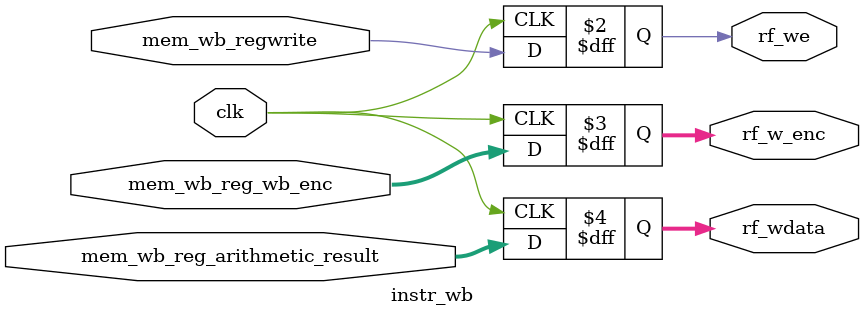
<source format=v>
module control_unit(SW, LEDR, KEY, HEX0, HEX1);
  // Hardware I/O
  input [9:0] SW;
  input [2:0] KEY;
  output [9:0] LEDR;
  output [6:0] HEX0;
  output [6:0] HEX1;


  // Necessary values
  wire [7:0] instruction_state = SW[7:0];

  // Clock pulse and reset
  wire clock_pulse = ~KEY[0];
  wire resetn = KEY[1];
  wire stall = ~KEY[2]; // This will be changed later. It is kept just for testing the module.

  // Registers
  wire [31:0] IR; // Special purpose
  
  // Pipeline registers
  wire [7:0] if_id_reg;
 
  wire id_ex_regwrite;
  wire id_ex_reg_mode;
  wire [2:0] id_ex_reg_opcode;
  wire [31:0] id_ex_reg_val1;
  wire [31:0] id_ex_reg_val2;
  wire [1:0] id_ex_reg_wb_enc; 
  
  wire ex_mem_regwrite;
  wire [31:0] ex_mem_reg_arithmetic_result;
  wire [1:0] ex_mem_reg_wb_enc;

  wire mem_wb_regwrite;
  wire [1:0] mem_wb_reg_wb_enc;
  wire [31:0] mem_wb_reg_arithmetic_result;

  // Register file conntrol
  wire we;
  wire [31:0] wdata; 
  wire [1:0] r_write_enc;

  wire [1:0] r_enc_0;
  wire [1:0] r_enc_1;

  // Register file instantiation
  reg_file reg_file_inst(clock_pulse, we, r_enc_0, r_enc_1, r_write_enc, id_ex_reg_val1, id_ex_reg_val2, wdata); 

  // ALU instantiation
  ALU alu_inst(id_ex_reg_opcode, ex_mem_reg_arithmetic_result, id_ex_reg_val1, id_ex_reg_val2);
  
  instr_fetch instr_fetch_inst(clock_pulse, stall, instruction_state, if_id_reg);
  instr_decode instr_decode_inst(clock_pulse, stall, r_enc_0, r_enc_1, if_id_reg, id_ex_reg_mode, id_ex_reg_opcode, id_ex_reg_wb_enc, id_ex_regwrite);
  instr_execute instr_execute_inst(clock_pulse, id_ex_regwrite, id_ex_reg_wb_enc, ex_mem_reg_wb_enc, ex_mem_regwrite);
  instr_mem instr_mem_inst(clock_pulse, ex_mem_regwrite, ex_mem_reg_wb_enc, ex_mem_reg_arithmetic_result, mem_wb_reg_wb_enc, mem_wb_reg_arithmetic_result, mem_wb_regwrite);
  instr_wb instr_wb_inst(clock_pulse, mem_wb_regwrite, mem_wb_reg_wb_enc, mem_wb_reg_arithmetic_result, we, r_write_enc, wdata); 

  assign LEDR[9:7] = if_id_reg[6:4];
  assign LEDR[6:4] = id_ex_reg_opcode; 
endmodule

// Register file module 
module reg_file(clk, we, r_enc_0, r_enc_1, r_write_enc, reg_out_0, reg_out_1, wdata); // this will stay combinational for reads and will become sequential when writes are added.
  input we; // Indicates if we are doing a write (write enable)
  input clk;

  input [1:0] r_enc_0; // Register encodings 
  input [1:0] r_enc_1; 
  input [1:0] r_write_enc;
  input [31:0] wdata;

  output reg [31:0] reg_out_0;
  output reg [31:0] reg_out_1;
  
  // The actual registers =)
  reg [31:0] R0;
  reg [31:0] R1;
  
  // Reading registers
  // We use blocking assignments here because it behaves a little better in simulation.
  always @ (*) begin
    reg_out_0 = (r_enc_0 == 2'b00) ? R0 : R1;
    reg_out_1 = (r_enc_1 == 2'b00) ? R0 : R1;
  end
  
  // Writing to registers.
  always @ (posedge clk) begin
    if (we) begin
      if (r_write_enc == 2'b00) R0 <= wdata;
      else R1 <= wdata; 
    end
  end
endmodule

// ALU Module
module ALU(opcode, arithmetic_result, register_value_1, register_value_2);
  parameter [2:0] ADD = 3'b001,
                  INC = 3'b011;

  input [2:0] opcode;
  input [31:0] register_value_1;
  input [31:0] register_value_2;
  
  output reg [31:0] arithmetic_result;
  always @ (*) begin
    case (opcode) 
      ADD: arithmetic_result = register_value_1 + register_value_2; 
      INC: arithmetic_result = register_value_1 + 1; 
      default: arithmetic_result = 32'b0;
    endcase
  end
endmodule


module instr_fetch(clk, stall, switches_state, if_id_reg);
  input clk;
  input stall;
  input [7:0] switches_state; 
  output reg [7:0] if_id_reg;  

  always @ (posedge clk) begin 
    if (stall == 0) if_id_reg <= switches_state;
    else if_id_reg <= if_id_reg;
  end
endmodule

module instr_decode(clk, stall, rf_enc_0, rf_enc_1, if_id_reg, id_ex_reg_mode, id_ex_reg_opcode, id_ex_reg_wb_enc, id_ex_regwrite);
  input clk;
  input stall;
  input [7:0] if_id_reg;
  
  output reg id_ex_reg_mode;
  output reg [2:0] id_ex_reg_opcode;
  output reg [1:0] id_ex_reg_wb_enc;
  output reg id_ex_regwrite;

  // Register file control
  output reg [1:0] rf_enc_0;
  output reg [1:0] rf_enc_1;
  
  // values will be given by the register file once it is instantiated.
  always @ (posedge clk) begin
    if (!stall) begin
      id_ex_reg_mode <= if_id_reg[7];
      id_ex_reg_opcode <= if_id_reg[6:4];
      id_ex_reg_wb_enc <= if_id_reg[3:2];

      rf_enc_0 <= if_id_reg[3:2];
      rf_enc_1 <= if_id_reg[1:0];

      if (if_id_reg[6:4] != 3'b00) id_ex_regwrite <= 1;
      else id_ex_regwrite <= 0;
    end
  end
endmodule

module instr_execute(clk, id_ex_regwrite, id_ex_reg_wb_enc, ex_mem_reg_wb_enc, ex_mem_regwrite);
  input clk;
  input [1:0] id_ex_reg_wb_enc;
  input id_ex_regwrite;

  output reg [1:0] ex_mem_reg_wb_enc;
  output reg ex_mem_regwrite;
  
  always @ (posedge clk) begin
    ex_mem_reg_wb_enc <= id_ex_reg_wb_enc;
    ex_mem_regwrite <= id_ex_regwrite;
  end
endmodule

module instr_mem(clk, ex_mem_regwrite, ex_mem_reg_wb_enc, ex_mem_reg_arithmetic_result, mem_wb_reg_wb_enc, mem_wb_reg_arithmetic_result, mem_wb_regwrite);
  input clk;
  input [1:0] ex_mem_reg_wb_enc;
  input [31:0] ex_mem_reg_arithmetic_result;
  input ex_mem_regwrite;
  
  output reg [1:0] mem_wb_reg_wb_enc;
  output reg [31:0] mem_wb_reg_arithmetic_result;
  output reg mem_wb_regwrite;
  
  always @ (posedge clk) begin
    mem_wb_reg_wb_enc <= ex_mem_reg_wb_enc;
    mem_wb_reg_arithmetic_result <= ex_mem_reg_arithmetic_result;
    mem_wb_regwrite <= ex_mem_regwrite;
  end
endmodule


module instr_wb(clk, mem_wb_regwrite, mem_wb_reg_wb_enc, mem_wb_reg_arithmetic_result, rf_we, rf_w_enc, rf_wdata); 
  input clk;

  input mem_wb_regwrite;
  input [1:0] mem_wb_reg_wb_enc;
  input [31:0] mem_wb_reg_arithmetic_result;

  output reg rf_we;
  output reg [1:0] rf_w_enc; 
  output reg [31:0] rf_wdata;

  always @ (posedge clk) begin
    rf_we <= mem_wb_regwrite;
    rf_w_enc <= mem_wb_reg_wb_enc; 
    rf_wdata <= mem_wb_reg_arithmetic_result;
  end
endmodule

</source>
